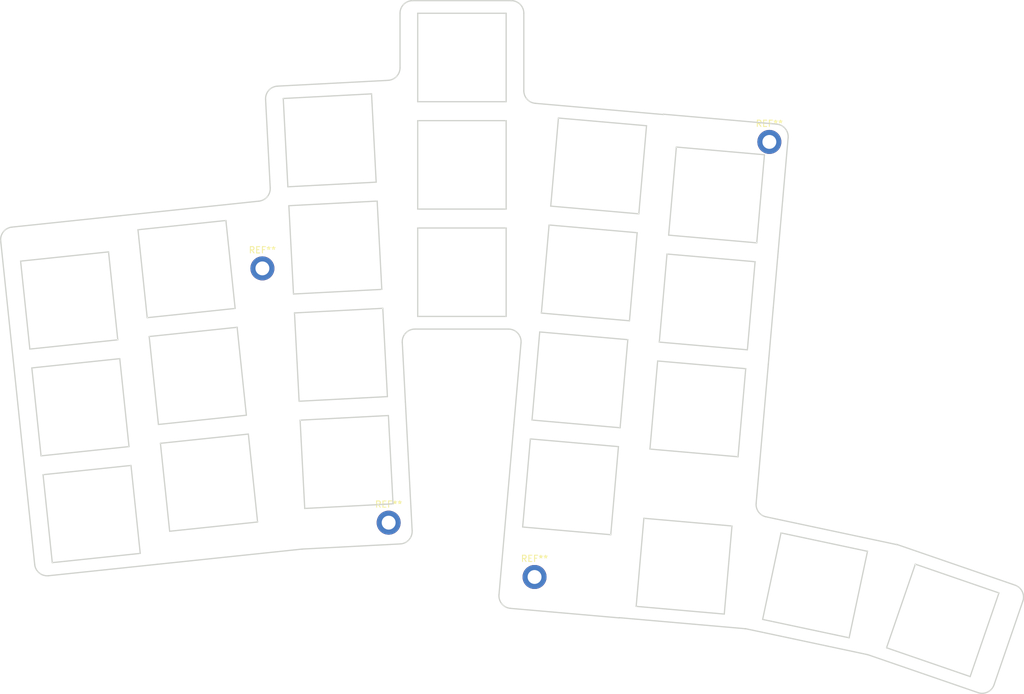
<source format=kicad_pcb>
(kicad_pcb (version 20211014) (generator pcbnew)
  (title_block (title "skyline_pcb") (rev "v1.0.0") (company "Unknown"))
  (layers (0 "F.Cu" signal) (31 "B.Cu" signal) (34 "B.Paste" user) (35 "F.Paste" user) (36 "B.SilkS" user "B.Silkscreen") (37 "F.SilkS" user "F.Silkscreen") (38 "B.Mask" user) (39 "F.Mask" user) (44 "Edge.Cuts" user))
  (net 0 "")
  (footprint "MountingHole:MountingHole_2.2mm_M2_DIN965_Pad_TopBottom" (layer "F.Cu") (at 217.866825 205.10026)
    (fp_text reference "REF**" (at 0 -2.9) (layer "F.SilkS"))
    (fp_text value "MountingHole_2.2mm_M2_DIN965_Pad_TopBottom")
    (pad "1" connect circle (at 0 0) (size 3.8 3.8) (layers "F.Cu" "F.Mask"))
    (pad "1" connect circle (at 0 0) (size 3.8 3.8) (layers "B.Cu" "B.Mask"))
    (pad "1" thru_hole circle (at 0 0) (size 2.6 2.6) (drill 2.2) (layers *.Cu *.Mask))
  )
  (footprint "MountingHole:MountingHole_2.2mm_M2_DIN965_Pad_TopBottom" (layer "F.Cu") (at 255.041541 136.216572)
    (fp_text reference "REF**" (at 0 -2.9) (layer "F.SilkS"))
    (fp_text value "MountingHole_2.2mm_M2_DIN965_Pad_TopBottom")
    (pad "1" connect circle (at 0 0) (size 3.8 3.8) (layers "F.Cu" "F.Mask"))
    (pad "1" connect circle (at 0 0) (size 3.8 3.8) (layers "B.Cu" "B.Mask"))
    (pad "1" thru_hole circle (at 0 0) (size 2.6 2.6) (drill 2.2) (layers *.Cu *.Mask))
  )
  (footprint "MountingHole:MountingHole_2.2mm_M2_DIN965_Pad_TopBottom" (layer "F.Cu") (at 194.766825 196.50026)
    (fp_text reference "REF**" (at 0 -2.9) (layer "F.SilkS"))
    (fp_text value "MountingHole_2.2mm_M2_DIN965_Pad_TopBottom")
    (pad "1" connect circle (at 0 0) (size 3.8 3.8) (layers "F.Cu" "F.Mask"))
    (pad "1" thru_hole circle (at 0 0) (size 2.6 2.6) (drill 2.2) (layers *.Cu *.Mask))
    (pad "1" connect circle (at 0 0) (size 3.8 3.8) (layers "B.Cu" "B.Mask"))
  )
  (footprint "MountingHole:MountingHole_2.2mm_M2_DIN965_Pad_TopBottom" (layer "F.Cu") (at 174.776825 156.24026)
    (fp_text reference "REF**" (at 0 -2.9) (layer "F.SilkS"))
    (fp_text value "MountingHole_2.2mm_M2_DIN965_Pad_TopBottom")
    (pad "1" connect circle (at 0 0) (size 3.8 3.8) (layers "F.Cu" "F.Mask"))
    (pad "1" connect circle (at 0 0) (size 3.8 3.8) (layers "B.Cu" "B.Mask"))
    (pad "1" thru_hole circle (at 0 0) (size 2.6 2.6) (drill 2.2) (layers *.Cu *.Mask))
  )
  (gr_line (start 270.581384 201.034931) (end 256.887318 198.124168) (layer "Edge.Cuts") (width 0.2))
  (gr_arc (start 196.566825 115.846953) (mid 197.152589 114.432717) (end 198.566825 113.846953) (layer "Edge.Cuts") (width 0.2))
  (gr_line (start 254.525823 195.577535) (end 275.202316 199.97246) (layer "Edge.Cuts") (width 0.2))
  (gr_line (start 240.318268 137.029812) (end 239.098087 150.976538) (layer "Edge.Cuts") (width 0.2))
  (gr_line (start 197.417882 177.393462) (end 197.470218 178.392092) (layer "Edge.Cuts") (width 0.2))
  (gr_arc (start 214.052574 210.068541) (mid 212.694783 209.361738) (end 212.234496 207.90184) (layer "Edge.Cuts") (width 0.2))
  (gr_line (start 236.134792 184.847158) (end 250.081518 186.067338) (layer "Edge.Cuts") (width 0.2))
  (gr_line (start 251.214454 213.275813) (end 270.509302 217.377059) (layer "Edge.Cuts") (width 0.2))
  (gr_line (start 170.461286 162.58093) (end 168.997888 148.657624) (layer "Edge.Cuts") (width 0.2))
  (gr_line (start 135.121726 149.704381) (end 152.326955 147.896038) (layer "Edge.Cuts") (width 0.2))
  (gr_line (start 218.94585 163.317115) (end 232.892576 164.537295) (layer "Edge.Cuts") (width 0.2))
  (gr_line (start 197.470218 178.392092) (end 198.485535 197.765505) (layer "Edge.Cuts") (width 0.2))
  (gr_line (start 213.366825 129.846953) (end 213.366825 115.846953) (layer "Edge.Cuts") (width 0.2))
  (gr_line (start 155.074581 150.121022) (end 156.53798 164.044329) (layer "Edge.Cuts") (width 0.2))
  (gr_line (start 255.659937 162.463711) (end 254.962691 170.433268) (layer "Edge.Cuts") (width 0.2))
  (gr_line (start 232.631109 167.525879) (end 218.684383 166.305699) (layer "Edge.Cuts") (width 0.2))
  (gr_line (start 151.878956 167.550537) (end 150.415557 153.62723) (layer "Edge.Cuts") (width 0.2))
  (gr_line (start 133.34174 151.902482) (end 138.724956 203.120359) (layer "Edge.Cuts") (width 0.2))
  (gr_line (start 136.492251 155.090629) (end 137.955649 169.013935) (layer "Edge.Cuts") (width 0.2))
  (gr_line (start 192.946968 145.583858) (end 178.966155 146.316561) (layer "Edge.Cuts") (width 0.2))
  (gr_line (start 172.551856 182.471368) (end 158.628549 183.934766) (layer "Edge.Cuts") (width 0.2))
  (gr_line (start 238.83662 153.965122) (end 237.61644 167.911848) (layer "Edge.Cuts") (width 0.2))
  (gr_line (start 178.966155 146.316561) (end 179.698858 160.297375) (layer "Edge.Cuts") (width 0.2))
  (gr_line (start 252.949257 193.446929) (end 254.875536 171.429463) (layer "Edge.Cuts") (width 0.2))
  (gr_line (start 179.855866 163.293263) (end 180.58857 177.274077) (layer "Edge.Cuts") (width 0.2))
  (gr_line (start 139.732633 185.920807) (end 153.65594 184.457409) (layer "Edge.Cuts") (width 0.2))
  (gr_line (start 192.057257 128.607156) (end 178.076444 129.339859) (layer "Edge.Cuts") (width 0.2))
  (gr_line (start 175.280281 129.4864) (end 176.014733 143.500584) (layer "Edge.Cuts") (width 0.2))
  (gr_line (start 253.976554 211.818234) (end 267.670621 214.728998) (layer "Edge.Cuts") (width 0.2))
  (gr_line (start 213.366825 149.846953) (end 199.366825 149.846953) (layer "Edge.Cuts") (width 0.2))
  (gr_line (start 138.269235 171.997501) (end 139.732633 185.920807) (layer "Edge.Cuts") (width 0.2))
  (gr_line (start 198.920315 165.846953) (end 213.731205 165.846953) (layer "Edge.Cuts") (width 0.2))
  (gr_line (start 155.432924 201.364281) (end 153.969525 187.440974) (layer "Edge.Cuts") (width 0.2))
  (gr_line (start 267.670621 214.728998) (end 270.581384 201.034931) (layer "Edge.Cuts") (width 0.2))
  (gr_line (start 198.566825 113.846953) (end 214.166825 113.846953) (layer "Edge.Cuts") (width 0.2))
  (gr_line (start 217.992513 130.107654) (end 238.259202 131.880759) (layer "Edge.Cuts") (width 0.2))
  (gr_line (start 140.046218 188.904373) (end 141.509617 202.82768) (layer "Edge.Cuts") (width 0.2))
  (gr_line (start 153.65594 184.457409) (end 152.192541 170.534102) (layer "Edge.Cuts") (width 0.2))
  (gr_line (start 177.172868 127.384469) (end 194.671497 126.467405) (layer "Edge.Cuts") (width 0.2))
  (gr_line (start 256.887318 198.124168) (end 253.976554 211.818234) (layer "Edge.Cuts") (width 0.2))
  (gr_line (start 196.923056 167.951625) (end 197.417882 177.393462) (layer "Edge.Cuts") (width 0.2))
  (gr_line (start 251.214454 213.275813) (end 251.213251 213.289564) (layer "Edge.Cuts") (width 0.2))
  (gr_line (start 181.117996 200.678444) (end 196.592948 199.867436) (layer "Edge.Cuts") (width 0.2))
  (gr_line (start 192.789961 142.587969) (end 192.057257 128.607156) (layer "Edge.Cuts") (width 0.2))
  (gr_line (start 194.569383 176.541373) (end 193.83668 162.56056) (layer "Edge.Cuts") (width 0.2))
  (gr_line (start 231.149461 184.461189) (end 217.202735 183.241008) (layer "Edge.Cuts") (width 0.2))
  (gr_arc (start 198.485535 197.765505) (mid 197.974593 199.208462) (end 196.592948 199.867436) (layer "Edge.Cuts") (width 0.2))
  (gr_line (start 215.982555 197.187734) (end 229.92928 198.407915) (layer "Edge.Cuts") (width 0.2))
  (gr_line (start 234.374223 147.601985) (end 235.594404 133.655259) (layer "Edge.Cuts") (width 0.2))
  (gr_line (start 178.076444 129.339859) (end 178.809147 143.320673) (layer "Edge.Cuts") (width 0.2))
  (gr_line (start 250.081518 186.067338) (end 251.301698 172.120612) (layer "Edge.Cuts") (width 0.2))
  (gr_arc (start 293.933559 206.389739) (mid 295.080003 207.404038) (end 295.17346 208.931913) (layer "Edge.Cuts") (width 0.2))
  (gr_line (start 160.091948 197.858073) (end 174.015254 196.394675) (layer "Edge.Cuts") (width 0.2))
  (gr_arc (start 196.923056 167.951625) (mid 197.469561 166.470239) (end 198.920315 165.846953) (layer "Edge.Cuts") (width 0.2))
  (gr_line (start 270.744615 217.442318) (end 288.073332 223.409074) (layer "Edge.Cuts") (width 0.2))
  (gr_line (start 194.726391 179.537262) (end 180.745578 180.269965) (layer "Edge.Cuts") (width 0.2))
  (gr_line (start 286.833432 220.8669) (end 291.391386 207.62964) (layer "Edge.Cuts") (width 0.2))
  (gr_line (start 180.58857 177.274077) (end 194.569383 176.541373) (layer "Edge.Cuts") (width 0.2))
  (gr_line (start 249.122805 197.02548) (end 235.176079 195.8053) (layer "Edge.Cuts") (width 0.2))
  (gr_line (start 258.013142 135.566454) (end 257.141585 145.528401) (layer "Edge.Cuts") (width 0.2))
  (gr_arc (start 290.615506 222.169173) (mid 289.601198 223.315599) (end 288.073332 223.409074) (layer "Edge.Cuts") (width 0.2))
  (gr_line (start 231.410928 181.472605) (end 232.631109 167.525879) (layer "Edge.Cuts") (width 0.2))
  (gr_line (start 137.955649 169.013935) (end 151.878956 167.550537) (layer "Edge.Cuts") (width 0.2))
  (gr_line (start 218.684383 166.305699) (end 217.464202 180.252424) (layer "Edge.Cuts") (width 0.2))
  (gr_line (start 214.052574 210.068541) (end 231.286743 211.576335) (layer "Edge.Cuts") (width 0.2))
  (gr_arc (start 196.566825 124.470146) (mid 196.017555 125.846837) (end 194.671497 126.467405) (layer "Edge.Cuts") (width 0.2))
  (gr_line (start 251.301698 172.120612) (end 237.354973 170.900432) (layer "Edge.Cuts") (width 0.2))
  (gr_line (start 221.647678 132.435079) (end 220.427498 146.381805) (layer "Edge.Cuts") (width 0.2))
  (gr_line (start 156.53798 164.044329) (end 170.461286 162.58093) (layer "Edge.Cuts") (width 0.2))
  (gr_line (start 275.202316 199.97246) (end 275.212292 199.94349) (layer "Edge.Cuts") (width 0.2))
  (gr_line (start 193.679672 159.564671) (end 192.946968 145.583858) (layer "Edge.Cuts") (width 0.2))
  (gr_arc (start 140.923056 204.900346) (mid 139.455359 204.465594) (end 138.724956 203.120359) (layer "Edge.Cuts") (width 0.2))
  (gr_line (start 217.202735 183.241008) (end 215.982555 197.187734) (layer "Edge.Cuts") (width 0.2))
  (gr_line (start 178.809147 143.320673) (end 192.789961 142.587969) (layer "Edge.Cuts") (width 0.2))
  (gr_line (start 237.354973 170.900432) (end 236.134792 184.847158) (layer "Edge.Cuts") (width 0.2))
  (gr_line (start 213.366825 163.846953) (end 213.366825 149.846953) (layer "Edge.Cuts") (width 0.2))
  (gr_arc (start 176.014733 143.500585) (mid 175.53827 144.904139) (end 174.226531 145.5943) (layer "Edge.Cuts") (width 0.2))
  (gr_line (start 275.212292 199.94349) (end 293.933559 206.389739) (layer "Edge.Cuts") (width 0.2))
  (gr_line (start 235.594404 133.655259) (end 221.647678 132.435079) (layer "Edge.Cuts") (width 0.2))
  (gr_line (start 239.098087 150.976538) (end 253.044813 152.196719) (layer "Edge.Cuts") (width 0.2))
  (gr_line (start 231.289357 211.546449) (end 231.286743 211.576335) (layer "Edge.Cuts") (width 0.2))
  (gr_line (start 196.566825 124.470146) (end 196.566825 115.846953) (layer "Edge.Cuts") (width 0.2))
  (gr_line (start 156.851565 167.027894) (end 158.314964 180.951201) (layer "Edge.Cuts") (width 0.2))
  (gr_line (start 235.176079 195.8053) (end 233.955899 209.752025) (layer "Edge.Cuts") (width 0.2))
  (gr_line (start 172.23827 179.487802) (end 170.774872 165.564496) (layer "Edge.Cuts") (width 0.2))
  (gr_line (start 212.234496 207.90184) (end 214.500546 182.000778) (layer "Edge.Cuts") (width 0.2))
  (gr_line (start 158.628549 183.934766) (end 160.091948 197.858073) (layer "Edge.Cuts") (width 0.2))
  (gr_line (start 216.166825 128.115264) (end 216.166825 115.846953) (layer "Edge.Cuts") (width 0.2))
  (gr_line (start 213.366825 146.846953) (end 213.366825 132.846953) (layer "Edge.Cuts") (width 0.2))
  (gr_line (start 278.154126 203.071686) (end 273.596172 216.308946) (layer "Edge.Cuts") (width 0.2))
  (gr_line (start 217.464202 180.252424) (end 231.410928 181.472605) (layer "Edge.Cuts") (width 0.2))
  (gr_line (start 213.366825 115.846953) (end 199.366825 115.846953) (layer "Edge.Cuts") (width 0.2))
  (gr_line (start 254.962691 170.433268) (end 254.875536 171.429463) (layer "Edge.Cuts") (width 0.2))
  (gr_line (start 180.745578 180.269965) (end 181.478281 194.250779) (layer "Edge.Cuts") (width 0.2))
  (gr_arc (start 213.731205 165.846953) (mid 215.205735 166.495795) (end 215.723595 168.021264) (layer "Edge.Cuts") (width 0.2))
  (gr_line (start 174.015254 196.394675) (end 172.551856 182.471368) (layer "Edge.Cuts") (width 0.2))
  (gr_line (start 199.366825 132.846953) (end 199.366825 146.846953) (layer "Edge.Cuts") (width 0.2))
  (gr_line (start 238.26356 131.83095) (end 256.195064 133.399753) (layer "Edge.Cuts") (width 0.2))
  (gr_line (start 273.596172 216.308946) (end 286.833432 220.8669) (layer "Edge.Cuts") (width 0.2))
  (gr_line (start 291.391386 207.62964) (end 278.154126 203.071686) (layer "Edge.Cuts") (width 0.2))
  (gr_arc (start 175.280281 129.4864) (mid 175.791244 128.043461) (end 177.172868 127.384469) (layer "Edge.Cuts") (width 0.2))
  (gr_line (start 141.509617 202.82768) (end 155.432924 201.364281) (layer "Edge.Cuts") (width 0.2))
  (gr_line (start 168.997888 148.657624) (end 155.074581 150.121022) (layer "Edge.Cuts") (width 0.2))
  (gr_line (start 152.192541 170.534102) (end 138.269235 171.997501) (layer "Edge.Cuts") (width 0.2))
  (gr_arc (start 256.195064 133.399753) (mid 257.552847 134.106563) (end 258.013142 135.566454) (layer "Edge.Cuts") (width 0.2))
  (gr_arc (start 214.166825 113.846953) (mid 215.581056 114.432722) (end 216.166825 115.846953) (layer "Edge.Cuts") (width 0.2))
  (gr_line (start 220.166031 149.370389) (end 218.94585 163.317115) (layer "Edge.Cuts") (width 0.2))
  (gr_arc (start 217.992513 130.107654) (mid 216.692283 129.466432) (end 216.166825 128.115264) (layer "Edge.Cuts") (width 0.2))
  (gr_line (start 170.774872 165.564496) (end 156.851565 167.027894) (layer "Edge.Cuts") (width 0.2))
  (gr_line (start 256.357183 154.494153) (end 255.659937 162.463711) (layer "Edge.Cuts") (width 0.2))
  (gr_line (start 199.366825 146.846953) (end 213.366825 146.846953) (layer "Edge.Cuts") (width 0.2))
  (gr_line (start 253.044813 152.196719) (end 254.264994 138.249993) (layer "Edge.Cuts") (width 0.2))
  (gr_line (start 256.444339 153.497958) (end 256.357183 154.494153) (layer "Edge.Cuts") (width 0.2))
  (gr_arc (start 133.34174 151.902482) (mid 133.776492 150.434784) (end 135.121727 149.704381) (layer "Edge.Cuts") (width 0.2))
  (gr_line (start 247.902624 210.972206) (end 249.122805 197.02548) (layer "Edge.Cuts") (width 0.2))
  (gr_line (start 229.92928 198.407915) (end 231.149461 184.461189) (layer "Edge.Cuts") (width 0.2))
  (gr_arc (start 270.509302 217.377059) (mid 270.627956 217.406092) (end 270.744615 217.442317) (layer "Edge.Cuts") (width 0.2))
  (gr_line (start 237.61644 167.911848) (end 251.563166 169.132028) (layer "Edge.Cuts") (width 0.2))
  (gr_line (start 158.314964 180.951201) (end 172.23827 179.487802) (layer "Edge.Cuts") (width 0.2))
  (gr_line (start 232.892576 164.537295) (end 234.112756 150.590569) (layer "Edge.Cuts") (width 0.2))
  (gr_line (start 213.366825 132.846953) (end 199.366825 132.846953) (layer "Edge.Cuts") (width 0.2))
  (gr_line (start 252.783346 155.185303) (end 238.83662 153.965122) (layer "Edge.Cuts") (width 0.2))
  (gr_line (start 152.326956 147.896038) (end 174.226531 145.5943) (layer "Edge.Cuts") (width 0.2))
  (gr_line (start 199.366825 163.846953) (end 213.366825 163.846953) (layer "Edge.Cuts") (width 0.2))
  (gr_line (start 214.500546 182.000778) (end 214.587701 181.004583) (layer "Edge.Cuts") (width 0.2))
  (gr_line (start 251.563166 169.132028) (end 252.783346 155.185303) (layer "Edge.Cuts") (width 0.2))
  (gr_line (start 290.615506 222.169173) (end 295.17346 208.931913) (layer "Edge.Cuts") (width 0.2))
  (gr_line (start 199.366825 115.846953) (end 199.366825 129.846953) (layer "Edge.Cuts") (width 0.2))
  (gr_line (start 214.587701 181.004583) (end 215.723595 168.021264) (layer "Edge.Cuts") (width 0.2))
  (gr_line (start 179.698858 160.297375) (end 193.679672 159.564671) (layer "Edge.Cuts") (width 0.2))
  (gr_line (start 153.969525 187.440974) (end 140.046218 188.904373) (layer "Edge.Cuts") (width 0.2))
  (gr_line (start 233.955899 209.752025) (end 247.902624 210.972206) (layer "Edge.Cuts") (width 0.2))
  (gr_arc (start 254.525823 195.577535) (mid 253.33394 194.81088) (end 252.949257 193.446929) (layer "Edge.Cuts") (width 0.2))
  (gr_line (start 257.141585 145.528401) (end 256.444339 153.497958) (layer "Edge.Cuts") (width 0.2))
  (gr_line (start 254.264994 138.249993) (end 240.318268 137.029812) (layer "Edge.Cuts") (width 0.2))
  (gr_line (start 231.289357 211.546449) (end 251.213251 213.289564) (layer "Edge.Cuts") (width 0.2))
  (gr_arc (start 181.013611 200.686659) (mid 181.06575 200.681868) (end 181.117996 200.678444) (layer "Edge.Cuts") (width 0.2))
  (gr_line (start 195.459094 193.518075) (end 194.726391 179.537262) (layer "Edge.Cuts") (width 0.2))
  (gr_line (start 158.128285 203.092004) (end 181.013611 200.686659) (layer "Edge.Cuts") (width 0.2))
  (gr_line (start 181.478281 194.250779) (end 195.459094 193.518075) (layer "Edge.Cuts") (width 0.2))
  (gr_line (start 199.366825 149.846953) (end 199.366825 163.846953) (layer "Edge.Cuts") (width 0.2))
  (gr_line (start 150.415557 153.62723) (end 136.492251 155.090629) (layer "Edge.Cuts") (width 0.2))
  (gr_line (start 140.923056 204.900346) (end 158.128285 203.092004) (layer "Edge.Cuts") (width 0.2))
  (gr_line (start 238.259202 131.880759) (end 238.26356 131.83095) (layer "Edge.Cuts") (width 0.2))
  (gr_line (start 234.112756 150.590569) (end 220.166031 149.370389) (layer "Edge.Cuts") (width 0.2))
  (gr_line (start 193.83668 162.56056) (end 179.855866 163.293263) (layer "Edge.Cuts") (width 0.2))
  (gr_line (start 199.366825 129.846953) (end 213.366825 129.846953) (layer "Edge.Cuts") (width 0.2))
  (gr_line (start 220.427498 146.381805) (end 234.374223 147.601985) (layer "Edge.Cuts") (width 0.2))
)
</source>
